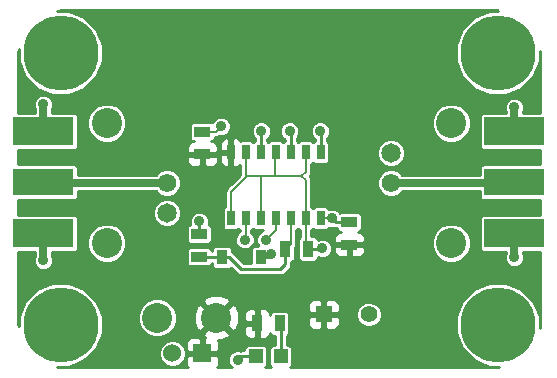
<source format=gtl>
G04 (created by PCBNEW (2013-07-07 BZR 4022)-stable) date 11/2/2014 12:28:19 PM*
%MOIN*%
G04 Gerber Fmt 3.4, Leading zero omitted, Abs format*
%FSLAX34Y34*%
G01*
G70*
G90*
G04 APERTURE LIST*
%ADD10C,0.00590551*%
%ADD11R,0.035X0.055*%
%ADD12R,0.055X0.035*%
%ADD13R,0.055X0.055*%
%ADD14C,0.055*%
%ADD15C,0.1*%
%ADD16R,0.025X0.05*%
%ADD17C,0.25*%
%ADD18R,0.2X0.09*%
%ADD19R,0.2X0.095*%
%ADD20C,0.062*%
%ADD21C,0.065*%
%ADD22R,0.0358X0.048*%
%ADD23R,0.0472X0.0472*%
%ADD24R,0.06X0.06*%
%ADD25C,0.06*%
%ADD26C,0.035*%
%ADD27C,0.01*%
%ADD28C,0.025*%
%ADD29C,0.008*%
G04 APERTURE END LIST*
G54D10*
G54D11*
X9073Y-8122D03*
X9823Y-8122D03*
G54D12*
X6200Y-8375D03*
X6200Y-7625D03*
X6299Y-4953D03*
X6299Y-4203D03*
G54D13*
X10350Y-10300D03*
G54D14*
X11850Y-10300D03*
G54D15*
X6771Y-10405D03*
X4803Y-10405D03*
G54D16*
X7250Y-7100D03*
X7750Y-7100D03*
X8250Y-7100D03*
X8750Y-7100D03*
X9250Y-7100D03*
X9750Y-7100D03*
X10250Y-7100D03*
X10250Y-4900D03*
X9750Y-4900D03*
X9250Y-4900D03*
X8750Y-4900D03*
X8250Y-4900D03*
X7750Y-4900D03*
X7250Y-4900D03*
G54D17*
X1574Y-10641D03*
X16141Y-1586D03*
X1574Y-1586D03*
G54D18*
X1000Y-5900D03*
G54D19*
X1000Y-4200D03*
X1000Y-7600D03*
G54D20*
X5118Y-5917D03*
G54D21*
X5118Y-6917D03*
G54D15*
X3118Y-7917D03*
X3118Y-3917D03*
G54D18*
X16700Y-5900D03*
G54D19*
X16700Y-4200D03*
X16700Y-7600D03*
G54D17*
X16141Y-10641D03*
G54D20*
X12598Y-5917D03*
G54D21*
X12598Y-4917D03*
G54D15*
X14598Y-3917D03*
X14598Y-7917D03*
G54D12*
X11200Y-7975D03*
X11200Y-7225D03*
G54D22*
X6956Y-8400D03*
X8244Y-8400D03*
G54D11*
X8125Y-10600D03*
X8875Y-10600D03*
G54D23*
X8913Y-11700D03*
X8087Y-11700D03*
G54D24*
X6300Y-11600D03*
G54D25*
X5300Y-11600D03*
G54D26*
X7480Y-11811D03*
X1000Y-8500D03*
X1000Y-3300D03*
X16700Y-8400D03*
X16700Y-3400D03*
X6200Y-7200D03*
X10629Y-7098D03*
X6929Y-4027D03*
X8425Y-7807D03*
X7716Y-7807D03*
X10300Y-8100D03*
X10236Y-4185D03*
X9212Y-4185D03*
X8267Y-4185D03*
X8600Y-8300D03*
G54D27*
X8087Y-11700D02*
X7591Y-11700D01*
X7591Y-11700D02*
X7480Y-11811D01*
G54D28*
X1000Y-7600D02*
X1000Y-8500D01*
X1000Y-4200D02*
X1000Y-3300D01*
X16700Y-7600D02*
X16700Y-8400D01*
X16700Y-4200D02*
X16700Y-3400D01*
G54D27*
X6200Y-7625D02*
X6200Y-7200D01*
X11400Y-7225D02*
X10756Y-7225D01*
G54D29*
X10628Y-7100D02*
X10629Y-7098D01*
X10628Y-7100D02*
X10250Y-7100D01*
G54D27*
X10756Y-7225D02*
X10629Y-7098D01*
G54D29*
X6299Y-4203D02*
X6752Y-4203D01*
X6752Y-4203D02*
X6929Y-4027D01*
X8750Y-7100D02*
X8750Y-7482D01*
X8750Y-7482D02*
X8425Y-7807D01*
X7750Y-7100D02*
X7750Y-7773D01*
X7750Y-7773D02*
X7716Y-7807D01*
G54D27*
X9823Y-8122D02*
X10277Y-8122D01*
X10277Y-8122D02*
X10300Y-8100D01*
G54D29*
X9750Y-7100D02*
X9750Y-5824D01*
X9750Y-5824D02*
X9606Y-5681D01*
X8250Y-7100D02*
X8250Y-5681D01*
X7250Y-7100D02*
X7250Y-6214D01*
X7250Y-6214D02*
X7750Y-5714D01*
X8740Y-5681D02*
X8740Y-4909D01*
X8740Y-4909D02*
X8750Y-4900D01*
X7750Y-4900D02*
X7750Y-5714D01*
X9750Y-5537D02*
X9750Y-4900D01*
X9606Y-5681D02*
X9750Y-5537D01*
X7783Y-5681D02*
X8250Y-5681D01*
X8250Y-5681D02*
X8740Y-5681D01*
X8740Y-5681D02*
X9606Y-5681D01*
X7750Y-5714D02*
X7783Y-5681D01*
X9750Y-7100D02*
X9750Y-8048D01*
X9750Y-8048D02*
X9823Y-8122D01*
G54D28*
X5118Y-5917D02*
X1181Y-5917D01*
X12598Y-5917D02*
X16535Y-5917D01*
G54D27*
X10250Y-4900D02*
X10250Y-4198D01*
X10250Y-4198D02*
X10236Y-4185D01*
X9250Y-4900D02*
X9250Y-4222D01*
X9250Y-4222D02*
X9212Y-4185D01*
X8250Y-4900D02*
X8250Y-4202D01*
X8250Y-4202D02*
X8267Y-4185D01*
X8913Y-11700D02*
X8913Y-10638D01*
X8913Y-10638D02*
X8875Y-10600D01*
X8244Y-8400D02*
X8500Y-8400D01*
X8500Y-8400D02*
X8600Y-8300D01*
X8125Y-8519D02*
X8244Y-8400D01*
X9073Y-8122D02*
X9073Y-8626D01*
X9073Y-8626D02*
X8900Y-8800D01*
X7200Y-8400D02*
X6956Y-8400D01*
X7600Y-8800D02*
X7200Y-8400D01*
X8900Y-8800D02*
X7600Y-8800D01*
X6200Y-8375D02*
X6931Y-8375D01*
X6931Y-8375D02*
X6956Y-8400D01*
G54D29*
X9250Y-7100D02*
X9250Y-7945D01*
X9250Y-7945D02*
X9073Y-8122D01*
G54D10*
G36*
X17566Y-10629D02*
X17545Y-10735D01*
X17541Y-10739D01*
X17541Y-10364D01*
X17329Y-9849D01*
X16935Y-9455D01*
X16421Y-9241D01*
X15864Y-9241D01*
X15349Y-9454D01*
X15248Y-9555D01*
X15248Y-7788D01*
X15149Y-7549D01*
X14967Y-7366D01*
X14728Y-7267D01*
X14469Y-7267D01*
X14230Y-7365D01*
X14047Y-7548D01*
X13948Y-7787D01*
X13948Y-8046D01*
X14047Y-8285D01*
X14229Y-8468D01*
X14468Y-8567D01*
X14727Y-8567D01*
X14966Y-8468D01*
X15149Y-8285D01*
X15248Y-8047D01*
X15248Y-7788D01*
X15248Y-9555D01*
X14955Y-9847D01*
X14741Y-10362D01*
X14741Y-10918D01*
X14954Y-11433D01*
X15347Y-11827D01*
X15862Y-12041D01*
X16174Y-12041D01*
X16153Y-12061D01*
X16126Y-12066D01*
X12275Y-12066D01*
X12275Y-10215D01*
X12210Y-10059D01*
X12091Y-9939D01*
X11934Y-9875D01*
X11765Y-9874D01*
X11725Y-9891D01*
X11725Y-8199D01*
X11725Y-7750D01*
X11687Y-7658D01*
X11616Y-7588D01*
X11524Y-7550D01*
X11504Y-7550D01*
X11559Y-7527D01*
X11602Y-7485D01*
X11624Y-7429D01*
X11625Y-7370D01*
X11625Y-7020D01*
X11602Y-6965D01*
X11560Y-6922D01*
X11504Y-6900D01*
X11445Y-6899D01*
X10895Y-6899D01*
X10892Y-6901D01*
X10814Y-6823D01*
X10694Y-6773D01*
X10565Y-6773D01*
X10514Y-6794D01*
X10502Y-6765D01*
X10460Y-6722D01*
X10404Y-6700D01*
X10345Y-6699D01*
X10095Y-6699D01*
X10040Y-6722D01*
X9999Y-6762D01*
X9960Y-6722D01*
X9940Y-6714D01*
X9940Y-5824D01*
X9939Y-5824D01*
X9940Y-5824D01*
X9937Y-5810D01*
X9925Y-5752D01*
X9925Y-5752D01*
X9884Y-5690D01*
X9884Y-5690D01*
X9874Y-5681D01*
X9884Y-5671D01*
X9884Y-5671D01*
X9884Y-5671D01*
X9925Y-5610D01*
X9925Y-5610D01*
X9937Y-5551D01*
X9940Y-5537D01*
X9939Y-5537D01*
X9940Y-5537D01*
X9940Y-5285D01*
X9959Y-5277D01*
X10000Y-5237D01*
X10039Y-5277D01*
X10095Y-5299D01*
X10154Y-5300D01*
X10404Y-5300D01*
X10459Y-5277D01*
X10502Y-5235D01*
X10524Y-5179D01*
X10525Y-5120D01*
X10525Y-4620D01*
X10502Y-4565D01*
X10460Y-4522D01*
X10450Y-4518D01*
X10450Y-4430D01*
X10511Y-4369D01*
X10561Y-4249D01*
X10561Y-4120D01*
X10511Y-4001D01*
X10420Y-3909D01*
X10301Y-3860D01*
X10171Y-3859D01*
X10052Y-3909D01*
X9960Y-4000D01*
X9911Y-4120D01*
X9911Y-4249D01*
X9960Y-4368D01*
X10050Y-4458D01*
X10050Y-4518D01*
X10040Y-4522D01*
X9999Y-4562D01*
X9960Y-4522D01*
X9904Y-4500D01*
X9845Y-4499D01*
X9595Y-4499D01*
X9540Y-4522D01*
X9499Y-4562D01*
X9460Y-4522D01*
X9450Y-4518D01*
X9450Y-4407D01*
X9487Y-4369D01*
X9537Y-4249D01*
X9537Y-4120D01*
X9488Y-4001D01*
X9396Y-3909D01*
X9277Y-3860D01*
X9148Y-3859D01*
X9028Y-3909D01*
X8937Y-4000D01*
X8887Y-4120D01*
X8887Y-4249D01*
X8936Y-4368D01*
X9028Y-4460D01*
X9050Y-4469D01*
X9050Y-4518D01*
X9040Y-4522D01*
X8999Y-4562D01*
X8960Y-4522D01*
X8904Y-4500D01*
X8845Y-4499D01*
X8595Y-4499D01*
X8540Y-4522D01*
X8499Y-4562D01*
X8460Y-4522D01*
X8450Y-4518D01*
X8450Y-4461D01*
X8451Y-4460D01*
X8543Y-4369D01*
X8592Y-4249D01*
X8592Y-4120D01*
X8543Y-4001D01*
X8452Y-3909D01*
X8332Y-3860D01*
X8203Y-3859D01*
X8083Y-3909D01*
X7992Y-4000D01*
X7942Y-4120D01*
X7942Y-4249D01*
X7992Y-4368D01*
X8050Y-4426D01*
X8050Y-4518D01*
X8040Y-4522D01*
X7999Y-4562D01*
X7960Y-4522D01*
X7904Y-4500D01*
X7845Y-4499D01*
X7595Y-4499D01*
X7583Y-4504D01*
X7516Y-4437D01*
X7424Y-4399D01*
X7362Y-4400D01*
X7300Y-4462D01*
X7300Y-4850D01*
X7307Y-4850D01*
X7307Y-4950D01*
X7300Y-4950D01*
X7300Y-5337D01*
X7362Y-5400D01*
X7424Y-5400D01*
X7516Y-5362D01*
X7560Y-5318D01*
X7560Y-5635D01*
X7254Y-5941D01*
X7254Y-3963D01*
X7204Y-3843D01*
X7113Y-3752D01*
X6994Y-3702D01*
X6864Y-3702D01*
X6745Y-3751D01*
X6653Y-3843D01*
X6633Y-3891D01*
X6604Y-3878D01*
X6544Y-3878D01*
X5994Y-3878D01*
X5939Y-3901D01*
X5897Y-3943D01*
X5874Y-3998D01*
X5874Y-4058D01*
X5874Y-4408D01*
X5896Y-4463D01*
X5939Y-4505D01*
X5994Y-4528D01*
X6024Y-4528D01*
X5974Y-4528D01*
X5882Y-4566D01*
X5812Y-4637D01*
X5774Y-4729D01*
X5774Y-4841D01*
X5836Y-4903D01*
X6249Y-4903D01*
X6249Y-4895D01*
X6349Y-4895D01*
X6349Y-4903D01*
X6761Y-4903D01*
X6824Y-4841D01*
X6824Y-4729D01*
X6786Y-4637D01*
X6716Y-4566D01*
X6624Y-4528D01*
X6603Y-4528D01*
X6659Y-4505D01*
X6701Y-4463D01*
X6724Y-4408D01*
X6724Y-4393D01*
X6752Y-4393D01*
X6825Y-4379D01*
X6865Y-4352D01*
X6993Y-4352D01*
X7112Y-4303D01*
X7204Y-4211D01*
X7254Y-4092D01*
X7254Y-3963D01*
X7254Y-5941D01*
X7200Y-5995D01*
X7200Y-5337D01*
X7200Y-4950D01*
X7200Y-4850D01*
X7200Y-4462D01*
X7137Y-4400D01*
X7075Y-4399D01*
X6983Y-4437D01*
X6913Y-4508D01*
X6875Y-4600D01*
X6874Y-4699D01*
X6875Y-4787D01*
X6937Y-4850D01*
X7200Y-4850D01*
X7200Y-4950D01*
X6937Y-4950D01*
X6875Y-5012D01*
X6874Y-5100D01*
X6875Y-5199D01*
X6913Y-5291D01*
X6983Y-5362D01*
X7075Y-5400D01*
X7137Y-5400D01*
X7200Y-5337D01*
X7200Y-5995D01*
X7115Y-6080D01*
X7074Y-6141D01*
X7060Y-6214D01*
X7060Y-6714D01*
X7040Y-6722D01*
X6997Y-6764D01*
X6975Y-6820D01*
X6974Y-6879D01*
X6974Y-7379D01*
X6997Y-7434D01*
X7039Y-7477D01*
X7095Y-7499D01*
X7154Y-7500D01*
X7404Y-7500D01*
X7459Y-7477D01*
X7500Y-7437D01*
X7539Y-7477D01*
X7560Y-7485D01*
X7560Y-7520D01*
X7532Y-7531D01*
X7441Y-7622D01*
X7391Y-7742D01*
X7391Y-7871D01*
X7440Y-7990D01*
X7532Y-8082D01*
X7651Y-8132D01*
X7780Y-8132D01*
X7900Y-8082D01*
X7991Y-7991D01*
X8041Y-7872D01*
X8041Y-7742D01*
X7992Y-7623D01*
X7940Y-7570D01*
X7940Y-7485D01*
X7959Y-7477D01*
X8000Y-7437D01*
X8039Y-7477D01*
X8095Y-7499D01*
X8154Y-7500D01*
X8317Y-7500D01*
X8241Y-7531D01*
X8149Y-7622D01*
X8100Y-7742D01*
X8100Y-7871D01*
X8149Y-7990D01*
X8168Y-8009D01*
X8035Y-8009D01*
X7980Y-8032D01*
X7937Y-8074D01*
X7915Y-8130D01*
X7914Y-8189D01*
X7914Y-8600D01*
X7682Y-8600D01*
X7341Y-8258D01*
X7285Y-8220D01*
X7285Y-8130D01*
X7262Y-8075D01*
X7220Y-8032D01*
X7164Y-8010D01*
X7105Y-8009D01*
X6824Y-8009D01*
X6824Y-5178D01*
X6824Y-5066D01*
X6761Y-5003D01*
X6349Y-5003D01*
X6349Y-5316D01*
X6411Y-5378D01*
X6524Y-5378D01*
X6624Y-5378D01*
X6716Y-5340D01*
X6786Y-5270D01*
X6824Y-5178D01*
X6824Y-8009D01*
X6747Y-8009D01*
X6692Y-8032D01*
X6649Y-8074D01*
X6627Y-8130D01*
X6626Y-8175D01*
X6625Y-8175D01*
X6625Y-8170D01*
X6625Y-7770D01*
X6625Y-7420D01*
X6602Y-7365D01*
X6560Y-7322D01*
X6509Y-7301D01*
X6524Y-7264D01*
X6525Y-7135D01*
X6475Y-7016D01*
X6384Y-6924D01*
X6264Y-6875D01*
X6249Y-6875D01*
X6249Y-5316D01*
X6249Y-5003D01*
X5836Y-5003D01*
X5774Y-5066D01*
X5774Y-5178D01*
X5812Y-5270D01*
X5882Y-5340D01*
X5974Y-5378D01*
X6073Y-5378D01*
X6186Y-5378D01*
X6249Y-5316D01*
X6249Y-6875D01*
X6135Y-6874D01*
X6016Y-6924D01*
X5924Y-7015D01*
X5875Y-7135D01*
X5874Y-7264D01*
X5890Y-7301D01*
X5840Y-7322D01*
X5797Y-7364D01*
X5775Y-7420D01*
X5774Y-7479D01*
X5774Y-7829D01*
X5797Y-7884D01*
X5839Y-7927D01*
X5895Y-7949D01*
X5954Y-7950D01*
X6504Y-7950D01*
X6559Y-7927D01*
X6602Y-7885D01*
X6624Y-7829D01*
X6625Y-7770D01*
X6625Y-8170D01*
X6602Y-8115D01*
X6560Y-8072D01*
X6504Y-8050D01*
X6445Y-8049D01*
X5895Y-8049D01*
X5840Y-8072D01*
X5797Y-8114D01*
X5775Y-8170D01*
X5774Y-8229D01*
X5774Y-8579D01*
X5797Y-8634D01*
X5839Y-8677D01*
X5895Y-8699D01*
X5954Y-8700D01*
X6504Y-8700D01*
X6559Y-8677D01*
X6602Y-8635D01*
X6624Y-8579D01*
X6624Y-8575D01*
X6626Y-8575D01*
X6626Y-8669D01*
X6649Y-8724D01*
X6691Y-8767D01*
X6747Y-8789D01*
X6806Y-8790D01*
X7164Y-8790D01*
X7219Y-8767D01*
X7252Y-8734D01*
X7458Y-8941D01*
X7458Y-8941D01*
X7501Y-8970D01*
X7523Y-8984D01*
X7523Y-8984D01*
X7599Y-8999D01*
X7600Y-9000D01*
X8900Y-9000D01*
X8976Y-8984D01*
X9041Y-8941D01*
X9215Y-8767D01*
X9258Y-8702D01*
X9258Y-8702D01*
X9261Y-8690D01*
X9273Y-8626D01*
X9273Y-8626D01*
X9273Y-8547D01*
X9278Y-8547D01*
X9333Y-8524D01*
X9375Y-8482D01*
X9398Y-8427D01*
X9398Y-8367D01*
X9398Y-8058D01*
X9398Y-8058D01*
X9425Y-8018D01*
X9440Y-7945D01*
X9440Y-7485D01*
X9459Y-7477D01*
X9500Y-7437D01*
X9539Y-7477D01*
X9560Y-7485D01*
X9560Y-7723D01*
X9521Y-7761D01*
X9498Y-7817D01*
X9498Y-7876D01*
X9498Y-8426D01*
X9521Y-8481D01*
X9563Y-8524D01*
X9618Y-8547D01*
X9678Y-8547D01*
X10028Y-8547D01*
X10083Y-8524D01*
X10125Y-8482D01*
X10148Y-8427D01*
X10148Y-8389D01*
X10235Y-8424D01*
X10364Y-8425D01*
X10483Y-8375D01*
X10575Y-8284D01*
X10624Y-8164D01*
X10625Y-8035D01*
X10575Y-7916D01*
X10484Y-7824D01*
X10364Y-7775D01*
X10235Y-7774D01*
X10146Y-7811D01*
X10126Y-7762D01*
X10083Y-7719D01*
X10028Y-7697D01*
X9969Y-7697D01*
X9940Y-7697D01*
X9940Y-7485D01*
X9959Y-7477D01*
X10000Y-7437D01*
X10039Y-7477D01*
X10095Y-7499D01*
X10154Y-7500D01*
X10404Y-7500D01*
X10459Y-7477D01*
X10502Y-7435D01*
X10515Y-7402D01*
X10564Y-7423D01*
X10694Y-7423D01*
X10712Y-7416D01*
X10756Y-7425D01*
X10774Y-7425D01*
X10774Y-7429D01*
X10797Y-7484D01*
X10839Y-7527D01*
X10895Y-7549D01*
X10924Y-7550D01*
X10875Y-7550D01*
X10783Y-7588D01*
X10712Y-7658D01*
X10674Y-7750D01*
X10675Y-7862D01*
X10737Y-7925D01*
X11150Y-7925D01*
X11150Y-7917D01*
X11250Y-7917D01*
X11250Y-7925D01*
X11662Y-7925D01*
X11725Y-7862D01*
X11725Y-7750D01*
X11725Y-8199D01*
X11725Y-8087D01*
X11662Y-8025D01*
X11250Y-8025D01*
X11250Y-8337D01*
X11312Y-8400D01*
X11425Y-8400D01*
X11524Y-8399D01*
X11616Y-8361D01*
X11687Y-8291D01*
X11725Y-8199D01*
X11725Y-9891D01*
X11609Y-9939D01*
X11489Y-10058D01*
X11425Y-10215D01*
X11424Y-10384D01*
X11489Y-10540D01*
X11608Y-10660D01*
X11765Y-10724D01*
X11934Y-10725D01*
X12090Y-10660D01*
X12210Y-10541D01*
X12274Y-10384D01*
X12275Y-10215D01*
X12275Y-12066D01*
X11150Y-12066D01*
X11150Y-8337D01*
X11150Y-8025D01*
X10737Y-8025D01*
X10675Y-8087D01*
X10674Y-8199D01*
X10712Y-8291D01*
X10783Y-8361D01*
X10875Y-8399D01*
X10974Y-8400D01*
X11087Y-8400D01*
X11150Y-8337D01*
X11150Y-12066D01*
X10875Y-12066D01*
X10875Y-10525D01*
X10875Y-10074D01*
X10874Y-9975D01*
X10836Y-9883D01*
X10766Y-9812D01*
X10674Y-9774D01*
X10462Y-9775D01*
X10400Y-9837D01*
X10400Y-10250D01*
X10812Y-10250D01*
X10875Y-10187D01*
X10875Y-10074D01*
X10875Y-10525D01*
X10875Y-10412D01*
X10812Y-10350D01*
X10400Y-10350D01*
X10400Y-10762D01*
X10462Y-10825D01*
X10674Y-10825D01*
X10766Y-10787D01*
X10836Y-10716D01*
X10874Y-10624D01*
X10875Y-10525D01*
X10875Y-12066D01*
X10300Y-12066D01*
X10300Y-10762D01*
X10300Y-10350D01*
X10300Y-10250D01*
X10300Y-9837D01*
X10237Y-9775D01*
X10025Y-9774D01*
X9933Y-9812D01*
X9863Y-9883D01*
X9825Y-9975D01*
X9824Y-10074D01*
X9825Y-10187D01*
X9887Y-10250D01*
X10300Y-10250D01*
X10300Y-10350D01*
X9887Y-10350D01*
X9825Y-10412D01*
X9824Y-10525D01*
X9825Y-10624D01*
X9863Y-10716D01*
X9933Y-10787D01*
X10025Y-10825D01*
X10237Y-10825D01*
X10300Y-10762D01*
X10300Y-12066D01*
X9225Y-12066D01*
X9233Y-12063D01*
X9276Y-12021D01*
X9298Y-11965D01*
X9299Y-11906D01*
X9299Y-11434D01*
X9276Y-11379D01*
X9234Y-11336D01*
X9178Y-11314D01*
X9119Y-11313D01*
X9113Y-11313D01*
X9113Y-11011D01*
X9134Y-11002D01*
X9177Y-10960D01*
X9199Y-10904D01*
X9200Y-10845D01*
X9200Y-10295D01*
X9177Y-10240D01*
X9135Y-10197D01*
X9079Y-10175D01*
X9020Y-10174D01*
X8670Y-10174D01*
X8615Y-10197D01*
X8572Y-10239D01*
X8550Y-10295D01*
X8549Y-10324D01*
X8549Y-10275D01*
X8511Y-10183D01*
X8441Y-10112D01*
X8349Y-10074D01*
X8237Y-10075D01*
X8175Y-10137D01*
X8175Y-10550D01*
X8182Y-10550D01*
X8182Y-10650D01*
X8175Y-10650D01*
X8175Y-11062D01*
X8237Y-11125D01*
X8349Y-11125D01*
X8441Y-11087D01*
X8511Y-11016D01*
X8549Y-10924D01*
X8549Y-10904D01*
X8549Y-10904D01*
X8572Y-10959D01*
X8614Y-11002D01*
X8670Y-11024D01*
X8713Y-11025D01*
X8713Y-11313D01*
X8647Y-11313D01*
X8592Y-11336D01*
X8549Y-11378D01*
X8527Y-11434D01*
X8526Y-11493D01*
X8526Y-11965D01*
X8549Y-12020D01*
X8591Y-12063D01*
X8600Y-12066D01*
X8399Y-12066D01*
X8407Y-12063D01*
X8450Y-12021D01*
X8472Y-11965D01*
X8473Y-11906D01*
X8473Y-11434D01*
X8450Y-11379D01*
X8408Y-11336D01*
X8352Y-11314D01*
X8293Y-11313D01*
X8075Y-11313D01*
X8075Y-11062D01*
X8075Y-10650D01*
X8075Y-10550D01*
X8075Y-10137D01*
X8012Y-10075D01*
X7900Y-10074D01*
X7808Y-10112D01*
X7738Y-10183D01*
X7700Y-10275D01*
X7699Y-10374D01*
X7700Y-10487D01*
X7762Y-10550D01*
X8075Y-10550D01*
X8075Y-10650D01*
X7762Y-10650D01*
X7700Y-10712D01*
X7699Y-10825D01*
X7700Y-10924D01*
X7738Y-11016D01*
X7808Y-11087D01*
X7900Y-11125D01*
X8012Y-11125D01*
X8075Y-11062D01*
X8075Y-11313D01*
X7821Y-11313D01*
X7766Y-11336D01*
X7723Y-11378D01*
X7701Y-11434D01*
X7700Y-11493D01*
X7700Y-11500D01*
X7591Y-11500D01*
X7582Y-11501D01*
X7545Y-11486D01*
X7525Y-11486D01*
X7525Y-10535D01*
X7517Y-10236D01*
X7418Y-9997D01*
X7302Y-9945D01*
X7231Y-10016D01*
X7231Y-9874D01*
X7179Y-9758D01*
X6901Y-9651D01*
X6602Y-9659D01*
X6363Y-9758D01*
X6311Y-9874D01*
X6771Y-10334D01*
X7231Y-9874D01*
X7231Y-10016D01*
X6842Y-10405D01*
X7302Y-10865D01*
X7418Y-10813D01*
X7525Y-10535D01*
X7525Y-11486D01*
X7415Y-11485D01*
X7296Y-11535D01*
X7231Y-11600D01*
X7231Y-10936D01*
X6771Y-10476D01*
X6700Y-10546D01*
X6700Y-10405D01*
X6241Y-9945D01*
X6124Y-9997D01*
X6018Y-10275D01*
X6025Y-10574D01*
X6124Y-10813D01*
X6241Y-10865D01*
X6700Y-10405D01*
X6700Y-10546D01*
X6311Y-10936D01*
X6363Y-11052D01*
X6397Y-11065D01*
X6350Y-11112D01*
X6350Y-11550D01*
X6787Y-11550D01*
X6850Y-11487D01*
X6850Y-11349D01*
X6849Y-11250D01*
X6811Y-11158D01*
X6808Y-11154D01*
X6940Y-11151D01*
X7179Y-11052D01*
X7231Y-10936D01*
X7231Y-11600D01*
X7204Y-11626D01*
X7155Y-11746D01*
X7155Y-11875D01*
X7204Y-11994D01*
X7276Y-12066D01*
X6786Y-12066D01*
X6811Y-12041D01*
X6849Y-11949D01*
X6850Y-11850D01*
X6850Y-11712D01*
X6787Y-11650D01*
X6350Y-11650D01*
X6350Y-11657D01*
X6250Y-11657D01*
X6250Y-11650D01*
X6250Y-11550D01*
X6250Y-11112D01*
X6187Y-11050D01*
X5950Y-11049D01*
X5858Y-11087D01*
X5788Y-11158D01*
X5750Y-11250D01*
X5749Y-11349D01*
X5750Y-11487D01*
X5812Y-11550D01*
X6250Y-11550D01*
X6250Y-11650D01*
X5812Y-11650D01*
X5750Y-11712D01*
X5750Y-11510D01*
X5681Y-11345D01*
X5593Y-11256D01*
X5593Y-6823D01*
X5521Y-6648D01*
X5387Y-6514D01*
X5213Y-6442D01*
X5024Y-6442D01*
X4849Y-6514D01*
X4715Y-6647D01*
X4643Y-6822D01*
X4643Y-7011D01*
X4715Y-7186D01*
X4848Y-7319D01*
X5023Y-7392D01*
X5212Y-7392D01*
X5386Y-7320D01*
X5520Y-7186D01*
X5593Y-7012D01*
X5593Y-6823D01*
X5593Y-11256D01*
X5555Y-11218D01*
X5453Y-11176D01*
X5453Y-10276D01*
X5354Y-10037D01*
X5171Y-9854D01*
X4933Y-9755D01*
X4674Y-9755D01*
X4435Y-9854D01*
X4252Y-10036D01*
X4153Y-10275D01*
X4153Y-10534D01*
X4251Y-10773D01*
X4434Y-10956D01*
X4673Y-11055D01*
X4931Y-11055D01*
X5170Y-10956D01*
X5353Y-10774D01*
X5453Y-10535D01*
X5453Y-10276D01*
X5453Y-11176D01*
X5389Y-11150D01*
X5210Y-11149D01*
X5045Y-11218D01*
X4918Y-11344D01*
X4850Y-11510D01*
X4849Y-11689D01*
X4918Y-11854D01*
X5044Y-11981D01*
X5210Y-12049D01*
X5389Y-12050D01*
X5554Y-11981D01*
X5681Y-11855D01*
X5749Y-11689D01*
X5750Y-11510D01*
X5750Y-11712D01*
X5750Y-11712D01*
X5749Y-11850D01*
X5750Y-11949D01*
X5788Y-12041D01*
X5813Y-12066D01*
X3768Y-12066D01*
X3768Y-7788D01*
X3669Y-7549D01*
X3486Y-7366D01*
X3247Y-7267D01*
X2989Y-7267D01*
X2750Y-7365D01*
X2567Y-7548D01*
X2468Y-7787D01*
X2467Y-8046D01*
X2566Y-8285D01*
X2749Y-8468D01*
X2988Y-8567D01*
X3246Y-8567D01*
X3485Y-8468D01*
X3668Y-8285D01*
X3767Y-8047D01*
X3768Y-7788D01*
X3768Y-12066D01*
X1586Y-12066D01*
X1460Y-12041D01*
X1852Y-12041D01*
X2366Y-11829D01*
X2760Y-11435D01*
X2974Y-10921D01*
X2975Y-10364D01*
X2762Y-9849D01*
X2368Y-9455D01*
X1854Y-9241D01*
X1297Y-9241D01*
X782Y-9454D01*
X388Y-9847D01*
X175Y-10362D01*
X174Y-10681D01*
X156Y-10661D01*
X149Y-10626D01*
X149Y-8225D01*
X725Y-8225D01*
X725Y-8315D01*
X724Y-8315D01*
X675Y-8435D01*
X674Y-8564D01*
X724Y-8683D01*
X815Y-8775D01*
X935Y-8824D01*
X1064Y-8825D01*
X1183Y-8775D01*
X1275Y-8684D01*
X1324Y-8564D01*
X1325Y-8435D01*
X1275Y-8316D01*
X1275Y-8315D01*
X1275Y-8225D01*
X2029Y-8225D01*
X2084Y-8202D01*
X2127Y-8160D01*
X2149Y-8104D01*
X2150Y-8045D01*
X2150Y-7095D01*
X2127Y-7040D01*
X2085Y-6997D01*
X2029Y-6975D01*
X1970Y-6974D01*
X149Y-6974D01*
X149Y-6500D01*
X2029Y-6500D01*
X2084Y-6477D01*
X2127Y-6435D01*
X2149Y-6379D01*
X2150Y-6320D01*
X2150Y-6192D01*
X4742Y-6192D01*
X4857Y-6307D01*
X5026Y-6377D01*
X5209Y-6377D01*
X5378Y-6307D01*
X5507Y-6178D01*
X5578Y-6009D01*
X5578Y-5826D01*
X5508Y-5657D01*
X5379Y-5527D01*
X5210Y-5457D01*
X5027Y-5457D01*
X4857Y-5527D01*
X4742Y-5642D01*
X3768Y-5642D01*
X3768Y-3788D01*
X3669Y-3549D01*
X3486Y-3366D01*
X3247Y-3267D01*
X2989Y-3267D01*
X2750Y-3365D01*
X2567Y-3548D01*
X2468Y-3787D01*
X2467Y-4046D01*
X2566Y-4285D01*
X2749Y-4468D01*
X2988Y-4567D01*
X3246Y-4567D01*
X3485Y-4468D01*
X3668Y-4285D01*
X3767Y-4047D01*
X3768Y-3788D01*
X3768Y-5642D01*
X2150Y-5642D01*
X2150Y-5420D01*
X2127Y-5365D01*
X2085Y-5322D01*
X2029Y-5300D01*
X1970Y-5299D01*
X149Y-5299D01*
X149Y-4825D01*
X2029Y-4825D01*
X2084Y-4802D01*
X2127Y-4760D01*
X2149Y-4704D01*
X2150Y-4645D01*
X2150Y-3695D01*
X2127Y-3640D01*
X2085Y-3597D01*
X2029Y-3575D01*
X1970Y-3574D01*
X1275Y-3574D01*
X1275Y-3484D01*
X1275Y-3484D01*
X1324Y-3364D01*
X1325Y-3235D01*
X1275Y-3116D01*
X1184Y-3024D01*
X1064Y-2975D01*
X935Y-2974D01*
X816Y-3024D01*
X724Y-3115D01*
X675Y-3235D01*
X674Y-3364D01*
X724Y-3483D01*
X725Y-3484D01*
X725Y-3574D01*
X149Y-3574D01*
X149Y-1589D01*
X174Y-1463D01*
X174Y-1863D01*
X387Y-2378D01*
X780Y-2772D01*
X1295Y-2986D01*
X1852Y-2986D01*
X2366Y-2774D01*
X2760Y-2380D01*
X2974Y-1866D01*
X2975Y-1309D01*
X2762Y-794D01*
X2368Y-400D01*
X1854Y-186D01*
X1462Y-186D01*
X1478Y-171D01*
X1586Y-149D01*
X16126Y-149D01*
X16134Y-151D01*
X16171Y-186D01*
X15864Y-186D01*
X15349Y-399D01*
X14955Y-792D01*
X14741Y-1306D01*
X14741Y-1863D01*
X14954Y-2378D01*
X15347Y-2772D01*
X15862Y-2986D01*
X16418Y-2986D01*
X16933Y-2774D01*
X17327Y-2380D01*
X17541Y-1866D01*
X17541Y-1516D01*
X17555Y-1529D01*
X17566Y-1586D01*
X17566Y-3574D01*
X16979Y-3574D01*
X17024Y-3464D01*
X17025Y-3335D01*
X16975Y-3216D01*
X16884Y-3124D01*
X16764Y-3075D01*
X16635Y-3074D01*
X16516Y-3124D01*
X16424Y-3215D01*
X16375Y-3335D01*
X16374Y-3464D01*
X16420Y-3574D01*
X15670Y-3574D01*
X15615Y-3597D01*
X15572Y-3639D01*
X15550Y-3695D01*
X15549Y-3754D01*
X15549Y-4704D01*
X15572Y-4759D01*
X15614Y-4802D01*
X15670Y-4824D01*
X15729Y-4825D01*
X17566Y-4825D01*
X17566Y-5299D01*
X15670Y-5299D01*
X15615Y-5322D01*
X15572Y-5364D01*
X15550Y-5420D01*
X15549Y-5479D01*
X15549Y-5642D01*
X15248Y-5642D01*
X15248Y-3788D01*
X15149Y-3549D01*
X14967Y-3366D01*
X14728Y-3267D01*
X14469Y-3267D01*
X14230Y-3365D01*
X14047Y-3548D01*
X13948Y-3787D01*
X13948Y-4046D01*
X14047Y-4285D01*
X14229Y-4468D01*
X14468Y-4567D01*
X14727Y-4567D01*
X14966Y-4468D01*
X15149Y-4285D01*
X15248Y-4047D01*
X15248Y-3788D01*
X15248Y-5642D01*
X13073Y-5642D01*
X13073Y-4823D01*
X13001Y-4648D01*
X12867Y-4514D01*
X12693Y-4442D01*
X12504Y-4442D01*
X12329Y-4514D01*
X12195Y-4647D01*
X12123Y-4822D01*
X12123Y-5011D01*
X12195Y-5186D01*
X12329Y-5319D01*
X12503Y-5392D01*
X12692Y-5392D01*
X12867Y-5320D01*
X13000Y-5186D01*
X13073Y-5012D01*
X13073Y-4823D01*
X13073Y-5642D01*
X12973Y-5642D01*
X12859Y-5527D01*
X12690Y-5457D01*
X12507Y-5457D01*
X12338Y-5527D01*
X12208Y-5656D01*
X12138Y-5825D01*
X12138Y-6008D01*
X12208Y-6177D01*
X12337Y-6307D01*
X12506Y-6377D01*
X12689Y-6377D01*
X12858Y-6307D01*
X12974Y-6192D01*
X15549Y-6192D01*
X15549Y-6379D01*
X15572Y-6434D01*
X15614Y-6477D01*
X15670Y-6499D01*
X15729Y-6500D01*
X17566Y-6500D01*
X17566Y-6974D01*
X15670Y-6974D01*
X15615Y-6997D01*
X15572Y-7039D01*
X15550Y-7095D01*
X15549Y-7154D01*
X15549Y-8104D01*
X15572Y-8159D01*
X15614Y-8202D01*
X15670Y-8224D01*
X15729Y-8225D01*
X16420Y-8225D01*
X16375Y-8335D01*
X16374Y-8464D01*
X16424Y-8583D01*
X16515Y-8675D01*
X16635Y-8724D01*
X16764Y-8725D01*
X16883Y-8675D01*
X16975Y-8584D01*
X17024Y-8464D01*
X17025Y-8335D01*
X16979Y-8225D01*
X17566Y-8225D01*
X17566Y-10629D01*
X17566Y-10629D01*
G37*
G54D27*
X17566Y-10629D02*
X17545Y-10735D01*
X17541Y-10739D01*
X17541Y-10364D01*
X17329Y-9849D01*
X16935Y-9455D01*
X16421Y-9241D01*
X15864Y-9241D01*
X15349Y-9454D01*
X15248Y-9555D01*
X15248Y-7788D01*
X15149Y-7549D01*
X14967Y-7366D01*
X14728Y-7267D01*
X14469Y-7267D01*
X14230Y-7365D01*
X14047Y-7548D01*
X13948Y-7787D01*
X13948Y-8046D01*
X14047Y-8285D01*
X14229Y-8468D01*
X14468Y-8567D01*
X14727Y-8567D01*
X14966Y-8468D01*
X15149Y-8285D01*
X15248Y-8047D01*
X15248Y-7788D01*
X15248Y-9555D01*
X14955Y-9847D01*
X14741Y-10362D01*
X14741Y-10918D01*
X14954Y-11433D01*
X15347Y-11827D01*
X15862Y-12041D01*
X16174Y-12041D01*
X16153Y-12061D01*
X16126Y-12066D01*
X12275Y-12066D01*
X12275Y-10215D01*
X12210Y-10059D01*
X12091Y-9939D01*
X11934Y-9875D01*
X11765Y-9874D01*
X11725Y-9891D01*
X11725Y-8199D01*
X11725Y-7750D01*
X11687Y-7658D01*
X11616Y-7588D01*
X11524Y-7550D01*
X11504Y-7550D01*
X11559Y-7527D01*
X11602Y-7485D01*
X11624Y-7429D01*
X11625Y-7370D01*
X11625Y-7020D01*
X11602Y-6965D01*
X11560Y-6922D01*
X11504Y-6900D01*
X11445Y-6899D01*
X10895Y-6899D01*
X10892Y-6901D01*
X10814Y-6823D01*
X10694Y-6773D01*
X10565Y-6773D01*
X10514Y-6794D01*
X10502Y-6765D01*
X10460Y-6722D01*
X10404Y-6700D01*
X10345Y-6699D01*
X10095Y-6699D01*
X10040Y-6722D01*
X9999Y-6762D01*
X9960Y-6722D01*
X9940Y-6714D01*
X9940Y-5824D01*
X9939Y-5824D01*
X9940Y-5824D01*
X9937Y-5810D01*
X9925Y-5752D01*
X9925Y-5752D01*
X9884Y-5690D01*
X9884Y-5690D01*
X9874Y-5681D01*
X9884Y-5671D01*
X9884Y-5671D01*
X9884Y-5671D01*
X9925Y-5610D01*
X9925Y-5610D01*
X9937Y-5551D01*
X9940Y-5537D01*
X9939Y-5537D01*
X9940Y-5537D01*
X9940Y-5285D01*
X9959Y-5277D01*
X10000Y-5237D01*
X10039Y-5277D01*
X10095Y-5299D01*
X10154Y-5300D01*
X10404Y-5300D01*
X10459Y-5277D01*
X10502Y-5235D01*
X10524Y-5179D01*
X10525Y-5120D01*
X10525Y-4620D01*
X10502Y-4565D01*
X10460Y-4522D01*
X10450Y-4518D01*
X10450Y-4430D01*
X10511Y-4369D01*
X10561Y-4249D01*
X10561Y-4120D01*
X10511Y-4001D01*
X10420Y-3909D01*
X10301Y-3860D01*
X10171Y-3859D01*
X10052Y-3909D01*
X9960Y-4000D01*
X9911Y-4120D01*
X9911Y-4249D01*
X9960Y-4368D01*
X10050Y-4458D01*
X10050Y-4518D01*
X10040Y-4522D01*
X9999Y-4562D01*
X9960Y-4522D01*
X9904Y-4500D01*
X9845Y-4499D01*
X9595Y-4499D01*
X9540Y-4522D01*
X9499Y-4562D01*
X9460Y-4522D01*
X9450Y-4518D01*
X9450Y-4407D01*
X9487Y-4369D01*
X9537Y-4249D01*
X9537Y-4120D01*
X9488Y-4001D01*
X9396Y-3909D01*
X9277Y-3860D01*
X9148Y-3859D01*
X9028Y-3909D01*
X8937Y-4000D01*
X8887Y-4120D01*
X8887Y-4249D01*
X8936Y-4368D01*
X9028Y-4460D01*
X9050Y-4469D01*
X9050Y-4518D01*
X9040Y-4522D01*
X8999Y-4562D01*
X8960Y-4522D01*
X8904Y-4500D01*
X8845Y-4499D01*
X8595Y-4499D01*
X8540Y-4522D01*
X8499Y-4562D01*
X8460Y-4522D01*
X8450Y-4518D01*
X8450Y-4461D01*
X8451Y-4460D01*
X8543Y-4369D01*
X8592Y-4249D01*
X8592Y-4120D01*
X8543Y-4001D01*
X8452Y-3909D01*
X8332Y-3860D01*
X8203Y-3859D01*
X8083Y-3909D01*
X7992Y-4000D01*
X7942Y-4120D01*
X7942Y-4249D01*
X7992Y-4368D01*
X8050Y-4426D01*
X8050Y-4518D01*
X8040Y-4522D01*
X7999Y-4562D01*
X7960Y-4522D01*
X7904Y-4500D01*
X7845Y-4499D01*
X7595Y-4499D01*
X7583Y-4504D01*
X7516Y-4437D01*
X7424Y-4399D01*
X7362Y-4400D01*
X7300Y-4462D01*
X7300Y-4850D01*
X7307Y-4850D01*
X7307Y-4950D01*
X7300Y-4950D01*
X7300Y-5337D01*
X7362Y-5400D01*
X7424Y-5400D01*
X7516Y-5362D01*
X7560Y-5318D01*
X7560Y-5635D01*
X7254Y-5941D01*
X7254Y-3963D01*
X7204Y-3843D01*
X7113Y-3752D01*
X6994Y-3702D01*
X6864Y-3702D01*
X6745Y-3751D01*
X6653Y-3843D01*
X6633Y-3891D01*
X6604Y-3878D01*
X6544Y-3878D01*
X5994Y-3878D01*
X5939Y-3901D01*
X5897Y-3943D01*
X5874Y-3998D01*
X5874Y-4058D01*
X5874Y-4408D01*
X5896Y-4463D01*
X5939Y-4505D01*
X5994Y-4528D01*
X6024Y-4528D01*
X5974Y-4528D01*
X5882Y-4566D01*
X5812Y-4637D01*
X5774Y-4729D01*
X5774Y-4841D01*
X5836Y-4903D01*
X6249Y-4903D01*
X6249Y-4895D01*
X6349Y-4895D01*
X6349Y-4903D01*
X6761Y-4903D01*
X6824Y-4841D01*
X6824Y-4729D01*
X6786Y-4637D01*
X6716Y-4566D01*
X6624Y-4528D01*
X6603Y-4528D01*
X6659Y-4505D01*
X6701Y-4463D01*
X6724Y-4408D01*
X6724Y-4393D01*
X6752Y-4393D01*
X6825Y-4379D01*
X6865Y-4352D01*
X6993Y-4352D01*
X7112Y-4303D01*
X7204Y-4211D01*
X7254Y-4092D01*
X7254Y-3963D01*
X7254Y-5941D01*
X7200Y-5995D01*
X7200Y-5337D01*
X7200Y-4950D01*
X7200Y-4850D01*
X7200Y-4462D01*
X7137Y-4400D01*
X7075Y-4399D01*
X6983Y-4437D01*
X6913Y-4508D01*
X6875Y-4600D01*
X6874Y-4699D01*
X6875Y-4787D01*
X6937Y-4850D01*
X7200Y-4850D01*
X7200Y-4950D01*
X6937Y-4950D01*
X6875Y-5012D01*
X6874Y-5100D01*
X6875Y-5199D01*
X6913Y-5291D01*
X6983Y-5362D01*
X7075Y-5400D01*
X7137Y-5400D01*
X7200Y-5337D01*
X7200Y-5995D01*
X7115Y-6080D01*
X7074Y-6141D01*
X7060Y-6214D01*
X7060Y-6714D01*
X7040Y-6722D01*
X6997Y-6764D01*
X6975Y-6820D01*
X6974Y-6879D01*
X6974Y-7379D01*
X6997Y-7434D01*
X7039Y-7477D01*
X7095Y-7499D01*
X7154Y-7500D01*
X7404Y-7500D01*
X7459Y-7477D01*
X7500Y-7437D01*
X7539Y-7477D01*
X7560Y-7485D01*
X7560Y-7520D01*
X7532Y-7531D01*
X7441Y-7622D01*
X7391Y-7742D01*
X7391Y-7871D01*
X7440Y-7990D01*
X7532Y-8082D01*
X7651Y-8132D01*
X7780Y-8132D01*
X7900Y-8082D01*
X7991Y-7991D01*
X8041Y-7872D01*
X8041Y-7742D01*
X7992Y-7623D01*
X7940Y-7570D01*
X7940Y-7485D01*
X7959Y-7477D01*
X8000Y-7437D01*
X8039Y-7477D01*
X8095Y-7499D01*
X8154Y-7500D01*
X8317Y-7500D01*
X8241Y-7531D01*
X8149Y-7622D01*
X8100Y-7742D01*
X8100Y-7871D01*
X8149Y-7990D01*
X8168Y-8009D01*
X8035Y-8009D01*
X7980Y-8032D01*
X7937Y-8074D01*
X7915Y-8130D01*
X7914Y-8189D01*
X7914Y-8600D01*
X7682Y-8600D01*
X7341Y-8258D01*
X7285Y-8220D01*
X7285Y-8130D01*
X7262Y-8075D01*
X7220Y-8032D01*
X7164Y-8010D01*
X7105Y-8009D01*
X6824Y-8009D01*
X6824Y-5178D01*
X6824Y-5066D01*
X6761Y-5003D01*
X6349Y-5003D01*
X6349Y-5316D01*
X6411Y-5378D01*
X6524Y-5378D01*
X6624Y-5378D01*
X6716Y-5340D01*
X6786Y-5270D01*
X6824Y-5178D01*
X6824Y-8009D01*
X6747Y-8009D01*
X6692Y-8032D01*
X6649Y-8074D01*
X6627Y-8130D01*
X6626Y-8175D01*
X6625Y-8175D01*
X6625Y-8170D01*
X6625Y-7770D01*
X6625Y-7420D01*
X6602Y-7365D01*
X6560Y-7322D01*
X6509Y-7301D01*
X6524Y-7264D01*
X6525Y-7135D01*
X6475Y-7016D01*
X6384Y-6924D01*
X6264Y-6875D01*
X6249Y-6875D01*
X6249Y-5316D01*
X6249Y-5003D01*
X5836Y-5003D01*
X5774Y-5066D01*
X5774Y-5178D01*
X5812Y-5270D01*
X5882Y-5340D01*
X5974Y-5378D01*
X6073Y-5378D01*
X6186Y-5378D01*
X6249Y-5316D01*
X6249Y-6875D01*
X6135Y-6874D01*
X6016Y-6924D01*
X5924Y-7015D01*
X5875Y-7135D01*
X5874Y-7264D01*
X5890Y-7301D01*
X5840Y-7322D01*
X5797Y-7364D01*
X5775Y-7420D01*
X5774Y-7479D01*
X5774Y-7829D01*
X5797Y-7884D01*
X5839Y-7927D01*
X5895Y-7949D01*
X5954Y-7950D01*
X6504Y-7950D01*
X6559Y-7927D01*
X6602Y-7885D01*
X6624Y-7829D01*
X6625Y-7770D01*
X6625Y-8170D01*
X6602Y-8115D01*
X6560Y-8072D01*
X6504Y-8050D01*
X6445Y-8049D01*
X5895Y-8049D01*
X5840Y-8072D01*
X5797Y-8114D01*
X5775Y-8170D01*
X5774Y-8229D01*
X5774Y-8579D01*
X5797Y-8634D01*
X5839Y-8677D01*
X5895Y-8699D01*
X5954Y-8700D01*
X6504Y-8700D01*
X6559Y-8677D01*
X6602Y-8635D01*
X6624Y-8579D01*
X6624Y-8575D01*
X6626Y-8575D01*
X6626Y-8669D01*
X6649Y-8724D01*
X6691Y-8767D01*
X6747Y-8789D01*
X6806Y-8790D01*
X7164Y-8790D01*
X7219Y-8767D01*
X7252Y-8734D01*
X7458Y-8941D01*
X7458Y-8941D01*
X7501Y-8970D01*
X7523Y-8984D01*
X7523Y-8984D01*
X7599Y-8999D01*
X7600Y-9000D01*
X8900Y-9000D01*
X8976Y-8984D01*
X9041Y-8941D01*
X9215Y-8767D01*
X9258Y-8702D01*
X9258Y-8702D01*
X9261Y-8690D01*
X9273Y-8626D01*
X9273Y-8626D01*
X9273Y-8547D01*
X9278Y-8547D01*
X9333Y-8524D01*
X9375Y-8482D01*
X9398Y-8427D01*
X9398Y-8367D01*
X9398Y-8058D01*
X9398Y-8058D01*
X9425Y-8018D01*
X9440Y-7945D01*
X9440Y-7485D01*
X9459Y-7477D01*
X9500Y-7437D01*
X9539Y-7477D01*
X9560Y-7485D01*
X9560Y-7723D01*
X9521Y-7761D01*
X9498Y-7817D01*
X9498Y-7876D01*
X9498Y-8426D01*
X9521Y-8481D01*
X9563Y-8524D01*
X9618Y-8547D01*
X9678Y-8547D01*
X10028Y-8547D01*
X10083Y-8524D01*
X10125Y-8482D01*
X10148Y-8427D01*
X10148Y-8389D01*
X10235Y-8424D01*
X10364Y-8425D01*
X10483Y-8375D01*
X10575Y-8284D01*
X10624Y-8164D01*
X10625Y-8035D01*
X10575Y-7916D01*
X10484Y-7824D01*
X10364Y-7775D01*
X10235Y-7774D01*
X10146Y-7811D01*
X10126Y-7762D01*
X10083Y-7719D01*
X10028Y-7697D01*
X9969Y-7697D01*
X9940Y-7697D01*
X9940Y-7485D01*
X9959Y-7477D01*
X10000Y-7437D01*
X10039Y-7477D01*
X10095Y-7499D01*
X10154Y-7500D01*
X10404Y-7500D01*
X10459Y-7477D01*
X10502Y-7435D01*
X10515Y-7402D01*
X10564Y-7423D01*
X10694Y-7423D01*
X10712Y-7416D01*
X10756Y-7425D01*
X10774Y-7425D01*
X10774Y-7429D01*
X10797Y-7484D01*
X10839Y-7527D01*
X10895Y-7549D01*
X10924Y-7550D01*
X10875Y-7550D01*
X10783Y-7588D01*
X10712Y-7658D01*
X10674Y-7750D01*
X10675Y-7862D01*
X10737Y-7925D01*
X11150Y-7925D01*
X11150Y-7917D01*
X11250Y-7917D01*
X11250Y-7925D01*
X11662Y-7925D01*
X11725Y-7862D01*
X11725Y-7750D01*
X11725Y-8199D01*
X11725Y-8087D01*
X11662Y-8025D01*
X11250Y-8025D01*
X11250Y-8337D01*
X11312Y-8400D01*
X11425Y-8400D01*
X11524Y-8399D01*
X11616Y-8361D01*
X11687Y-8291D01*
X11725Y-8199D01*
X11725Y-9891D01*
X11609Y-9939D01*
X11489Y-10058D01*
X11425Y-10215D01*
X11424Y-10384D01*
X11489Y-10540D01*
X11608Y-10660D01*
X11765Y-10724D01*
X11934Y-10725D01*
X12090Y-10660D01*
X12210Y-10541D01*
X12274Y-10384D01*
X12275Y-10215D01*
X12275Y-12066D01*
X11150Y-12066D01*
X11150Y-8337D01*
X11150Y-8025D01*
X10737Y-8025D01*
X10675Y-8087D01*
X10674Y-8199D01*
X10712Y-8291D01*
X10783Y-8361D01*
X10875Y-8399D01*
X10974Y-8400D01*
X11087Y-8400D01*
X11150Y-8337D01*
X11150Y-12066D01*
X10875Y-12066D01*
X10875Y-10525D01*
X10875Y-10074D01*
X10874Y-9975D01*
X10836Y-9883D01*
X10766Y-9812D01*
X10674Y-9774D01*
X10462Y-9775D01*
X10400Y-9837D01*
X10400Y-10250D01*
X10812Y-10250D01*
X10875Y-10187D01*
X10875Y-10074D01*
X10875Y-10525D01*
X10875Y-10412D01*
X10812Y-10350D01*
X10400Y-10350D01*
X10400Y-10762D01*
X10462Y-10825D01*
X10674Y-10825D01*
X10766Y-10787D01*
X10836Y-10716D01*
X10874Y-10624D01*
X10875Y-10525D01*
X10875Y-12066D01*
X10300Y-12066D01*
X10300Y-10762D01*
X10300Y-10350D01*
X10300Y-10250D01*
X10300Y-9837D01*
X10237Y-9775D01*
X10025Y-9774D01*
X9933Y-9812D01*
X9863Y-9883D01*
X9825Y-9975D01*
X9824Y-10074D01*
X9825Y-10187D01*
X9887Y-10250D01*
X10300Y-10250D01*
X10300Y-10350D01*
X9887Y-10350D01*
X9825Y-10412D01*
X9824Y-10525D01*
X9825Y-10624D01*
X9863Y-10716D01*
X9933Y-10787D01*
X10025Y-10825D01*
X10237Y-10825D01*
X10300Y-10762D01*
X10300Y-12066D01*
X9225Y-12066D01*
X9233Y-12063D01*
X9276Y-12021D01*
X9298Y-11965D01*
X9299Y-11906D01*
X9299Y-11434D01*
X9276Y-11379D01*
X9234Y-11336D01*
X9178Y-11314D01*
X9119Y-11313D01*
X9113Y-11313D01*
X9113Y-11011D01*
X9134Y-11002D01*
X9177Y-10960D01*
X9199Y-10904D01*
X9200Y-10845D01*
X9200Y-10295D01*
X9177Y-10240D01*
X9135Y-10197D01*
X9079Y-10175D01*
X9020Y-10174D01*
X8670Y-10174D01*
X8615Y-10197D01*
X8572Y-10239D01*
X8550Y-10295D01*
X8549Y-10324D01*
X8549Y-10275D01*
X8511Y-10183D01*
X8441Y-10112D01*
X8349Y-10074D01*
X8237Y-10075D01*
X8175Y-10137D01*
X8175Y-10550D01*
X8182Y-10550D01*
X8182Y-10650D01*
X8175Y-10650D01*
X8175Y-11062D01*
X8237Y-11125D01*
X8349Y-11125D01*
X8441Y-11087D01*
X8511Y-11016D01*
X8549Y-10924D01*
X8549Y-10904D01*
X8549Y-10904D01*
X8572Y-10959D01*
X8614Y-11002D01*
X8670Y-11024D01*
X8713Y-11025D01*
X8713Y-11313D01*
X8647Y-11313D01*
X8592Y-11336D01*
X8549Y-11378D01*
X8527Y-11434D01*
X8526Y-11493D01*
X8526Y-11965D01*
X8549Y-12020D01*
X8591Y-12063D01*
X8600Y-12066D01*
X8399Y-12066D01*
X8407Y-12063D01*
X8450Y-12021D01*
X8472Y-11965D01*
X8473Y-11906D01*
X8473Y-11434D01*
X8450Y-11379D01*
X8408Y-11336D01*
X8352Y-11314D01*
X8293Y-11313D01*
X8075Y-11313D01*
X8075Y-11062D01*
X8075Y-10650D01*
X8075Y-10550D01*
X8075Y-10137D01*
X8012Y-10075D01*
X7900Y-10074D01*
X7808Y-10112D01*
X7738Y-10183D01*
X7700Y-10275D01*
X7699Y-10374D01*
X7700Y-10487D01*
X7762Y-10550D01*
X8075Y-10550D01*
X8075Y-10650D01*
X7762Y-10650D01*
X7700Y-10712D01*
X7699Y-10825D01*
X7700Y-10924D01*
X7738Y-11016D01*
X7808Y-11087D01*
X7900Y-11125D01*
X8012Y-11125D01*
X8075Y-11062D01*
X8075Y-11313D01*
X7821Y-11313D01*
X7766Y-11336D01*
X7723Y-11378D01*
X7701Y-11434D01*
X7700Y-11493D01*
X7700Y-11500D01*
X7591Y-11500D01*
X7582Y-11501D01*
X7545Y-11486D01*
X7525Y-11486D01*
X7525Y-10535D01*
X7517Y-10236D01*
X7418Y-9997D01*
X7302Y-9945D01*
X7231Y-10016D01*
X7231Y-9874D01*
X7179Y-9758D01*
X6901Y-9651D01*
X6602Y-9659D01*
X6363Y-9758D01*
X6311Y-9874D01*
X6771Y-10334D01*
X7231Y-9874D01*
X7231Y-10016D01*
X6842Y-10405D01*
X7302Y-10865D01*
X7418Y-10813D01*
X7525Y-10535D01*
X7525Y-11486D01*
X7415Y-11485D01*
X7296Y-11535D01*
X7231Y-11600D01*
X7231Y-10936D01*
X6771Y-10476D01*
X6700Y-10546D01*
X6700Y-10405D01*
X6241Y-9945D01*
X6124Y-9997D01*
X6018Y-10275D01*
X6025Y-10574D01*
X6124Y-10813D01*
X6241Y-10865D01*
X6700Y-10405D01*
X6700Y-10546D01*
X6311Y-10936D01*
X6363Y-11052D01*
X6397Y-11065D01*
X6350Y-11112D01*
X6350Y-11550D01*
X6787Y-11550D01*
X6850Y-11487D01*
X6850Y-11349D01*
X6849Y-11250D01*
X6811Y-11158D01*
X6808Y-11154D01*
X6940Y-11151D01*
X7179Y-11052D01*
X7231Y-10936D01*
X7231Y-11600D01*
X7204Y-11626D01*
X7155Y-11746D01*
X7155Y-11875D01*
X7204Y-11994D01*
X7276Y-12066D01*
X6786Y-12066D01*
X6811Y-12041D01*
X6849Y-11949D01*
X6850Y-11850D01*
X6850Y-11712D01*
X6787Y-11650D01*
X6350Y-11650D01*
X6350Y-11657D01*
X6250Y-11657D01*
X6250Y-11650D01*
X6250Y-11550D01*
X6250Y-11112D01*
X6187Y-11050D01*
X5950Y-11049D01*
X5858Y-11087D01*
X5788Y-11158D01*
X5750Y-11250D01*
X5749Y-11349D01*
X5750Y-11487D01*
X5812Y-11550D01*
X6250Y-11550D01*
X6250Y-11650D01*
X5812Y-11650D01*
X5750Y-11712D01*
X5750Y-11510D01*
X5681Y-11345D01*
X5593Y-11256D01*
X5593Y-6823D01*
X5521Y-6648D01*
X5387Y-6514D01*
X5213Y-6442D01*
X5024Y-6442D01*
X4849Y-6514D01*
X4715Y-6647D01*
X4643Y-6822D01*
X4643Y-7011D01*
X4715Y-7186D01*
X4848Y-7319D01*
X5023Y-7392D01*
X5212Y-7392D01*
X5386Y-7320D01*
X5520Y-7186D01*
X5593Y-7012D01*
X5593Y-6823D01*
X5593Y-11256D01*
X5555Y-11218D01*
X5453Y-11176D01*
X5453Y-10276D01*
X5354Y-10037D01*
X5171Y-9854D01*
X4933Y-9755D01*
X4674Y-9755D01*
X4435Y-9854D01*
X4252Y-10036D01*
X4153Y-10275D01*
X4153Y-10534D01*
X4251Y-10773D01*
X4434Y-10956D01*
X4673Y-11055D01*
X4931Y-11055D01*
X5170Y-10956D01*
X5353Y-10774D01*
X5453Y-10535D01*
X5453Y-10276D01*
X5453Y-11176D01*
X5389Y-11150D01*
X5210Y-11149D01*
X5045Y-11218D01*
X4918Y-11344D01*
X4850Y-11510D01*
X4849Y-11689D01*
X4918Y-11854D01*
X5044Y-11981D01*
X5210Y-12049D01*
X5389Y-12050D01*
X5554Y-11981D01*
X5681Y-11855D01*
X5749Y-11689D01*
X5750Y-11510D01*
X5750Y-11712D01*
X5750Y-11712D01*
X5749Y-11850D01*
X5750Y-11949D01*
X5788Y-12041D01*
X5813Y-12066D01*
X3768Y-12066D01*
X3768Y-7788D01*
X3669Y-7549D01*
X3486Y-7366D01*
X3247Y-7267D01*
X2989Y-7267D01*
X2750Y-7365D01*
X2567Y-7548D01*
X2468Y-7787D01*
X2467Y-8046D01*
X2566Y-8285D01*
X2749Y-8468D01*
X2988Y-8567D01*
X3246Y-8567D01*
X3485Y-8468D01*
X3668Y-8285D01*
X3767Y-8047D01*
X3768Y-7788D01*
X3768Y-12066D01*
X1586Y-12066D01*
X1460Y-12041D01*
X1852Y-12041D01*
X2366Y-11829D01*
X2760Y-11435D01*
X2974Y-10921D01*
X2975Y-10364D01*
X2762Y-9849D01*
X2368Y-9455D01*
X1854Y-9241D01*
X1297Y-9241D01*
X782Y-9454D01*
X388Y-9847D01*
X175Y-10362D01*
X174Y-10681D01*
X156Y-10661D01*
X149Y-10626D01*
X149Y-8225D01*
X725Y-8225D01*
X725Y-8315D01*
X724Y-8315D01*
X675Y-8435D01*
X674Y-8564D01*
X724Y-8683D01*
X815Y-8775D01*
X935Y-8824D01*
X1064Y-8825D01*
X1183Y-8775D01*
X1275Y-8684D01*
X1324Y-8564D01*
X1325Y-8435D01*
X1275Y-8316D01*
X1275Y-8315D01*
X1275Y-8225D01*
X2029Y-8225D01*
X2084Y-8202D01*
X2127Y-8160D01*
X2149Y-8104D01*
X2150Y-8045D01*
X2150Y-7095D01*
X2127Y-7040D01*
X2085Y-6997D01*
X2029Y-6975D01*
X1970Y-6974D01*
X149Y-6974D01*
X149Y-6500D01*
X2029Y-6500D01*
X2084Y-6477D01*
X2127Y-6435D01*
X2149Y-6379D01*
X2150Y-6320D01*
X2150Y-6192D01*
X4742Y-6192D01*
X4857Y-6307D01*
X5026Y-6377D01*
X5209Y-6377D01*
X5378Y-6307D01*
X5507Y-6178D01*
X5578Y-6009D01*
X5578Y-5826D01*
X5508Y-5657D01*
X5379Y-5527D01*
X5210Y-5457D01*
X5027Y-5457D01*
X4857Y-5527D01*
X4742Y-5642D01*
X3768Y-5642D01*
X3768Y-3788D01*
X3669Y-3549D01*
X3486Y-3366D01*
X3247Y-3267D01*
X2989Y-3267D01*
X2750Y-3365D01*
X2567Y-3548D01*
X2468Y-3787D01*
X2467Y-4046D01*
X2566Y-4285D01*
X2749Y-4468D01*
X2988Y-4567D01*
X3246Y-4567D01*
X3485Y-4468D01*
X3668Y-4285D01*
X3767Y-4047D01*
X3768Y-3788D01*
X3768Y-5642D01*
X2150Y-5642D01*
X2150Y-5420D01*
X2127Y-5365D01*
X2085Y-5322D01*
X2029Y-5300D01*
X1970Y-5299D01*
X149Y-5299D01*
X149Y-4825D01*
X2029Y-4825D01*
X2084Y-4802D01*
X2127Y-4760D01*
X2149Y-4704D01*
X2150Y-4645D01*
X2150Y-3695D01*
X2127Y-3640D01*
X2085Y-3597D01*
X2029Y-3575D01*
X1970Y-3574D01*
X1275Y-3574D01*
X1275Y-3484D01*
X1275Y-3484D01*
X1324Y-3364D01*
X1325Y-3235D01*
X1275Y-3116D01*
X1184Y-3024D01*
X1064Y-2975D01*
X935Y-2974D01*
X816Y-3024D01*
X724Y-3115D01*
X675Y-3235D01*
X674Y-3364D01*
X724Y-3483D01*
X725Y-3484D01*
X725Y-3574D01*
X149Y-3574D01*
X149Y-1589D01*
X174Y-1463D01*
X174Y-1863D01*
X387Y-2378D01*
X780Y-2772D01*
X1295Y-2986D01*
X1852Y-2986D01*
X2366Y-2774D01*
X2760Y-2380D01*
X2974Y-1866D01*
X2975Y-1309D01*
X2762Y-794D01*
X2368Y-400D01*
X1854Y-186D01*
X1462Y-186D01*
X1478Y-171D01*
X1586Y-149D01*
X16126Y-149D01*
X16134Y-151D01*
X16171Y-186D01*
X15864Y-186D01*
X15349Y-399D01*
X14955Y-792D01*
X14741Y-1306D01*
X14741Y-1863D01*
X14954Y-2378D01*
X15347Y-2772D01*
X15862Y-2986D01*
X16418Y-2986D01*
X16933Y-2774D01*
X17327Y-2380D01*
X17541Y-1866D01*
X17541Y-1516D01*
X17555Y-1529D01*
X17566Y-1586D01*
X17566Y-3574D01*
X16979Y-3574D01*
X17024Y-3464D01*
X17025Y-3335D01*
X16975Y-3216D01*
X16884Y-3124D01*
X16764Y-3075D01*
X16635Y-3074D01*
X16516Y-3124D01*
X16424Y-3215D01*
X16375Y-3335D01*
X16374Y-3464D01*
X16420Y-3574D01*
X15670Y-3574D01*
X15615Y-3597D01*
X15572Y-3639D01*
X15550Y-3695D01*
X15549Y-3754D01*
X15549Y-4704D01*
X15572Y-4759D01*
X15614Y-4802D01*
X15670Y-4824D01*
X15729Y-4825D01*
X17566Y-4825D01*
X17566Y-5299D01*
X15670Y-5299D01*
X15615Y-5322D01*
X15572Y-5364D01*
X15550Y-5420D01*
X15549Y-5479D01*
X15549Y-5642D01*
X15248Y-5642D01*
X15248Y-3788D01*
X15149Y-3549D01*
X14967Y-3366D01*
X14728Y-3267D01*
X14469Y-3267D01*
X14230Y-3365D01*
X14047Y-3548D01*
X13948Y-3787D01*
X13948Y-4046D01*
X14047Y-4285D01*
X14229Y-4468D01*
X14468Y-4567D01*
X14727Y-4567D01*
X14966Y-4468D01*
X15149Y-4285D01*
X15248Y-4047D01*
X15248Y-3788D01*
X15248Y-5642D01*
X13073Y-5642D01*
X13073Y-4823D01*
X13001Y-4648D01*
X12867Y-4514D01*
X12693Y-4442D01*
X12504Y-4442D01*
X12329Y-4514D01*
X12195Y-4647D01*
X12123Y-4822D01*
X12123Y-5011D01*
X12195Y-5186D01*
X12329Y-5319D01*
X12503Y-5392D01*
X12692Y-5392D01*
X12867Y-5320D01*
X13000Y-5186D01*
X13073Y-5012D01*
X13073Y-4823D01*
X13073Y-5642D01*
X12973Y-5642D01*
X12859Y-5527D01*
X12690Y-5457D01*
X12507Y-5457D01*
X12338Y-5527D01*
X12208Y-5656D01*
X12138Y-5825D01*
X12138Y-6008D01*
X12208Y-6177D01*
X12337Y-6307D01*
X12506Y-6377D01*
X12689Y-6377D01*
X12858Y-6307D01*
X12974Y-6192D01*
X15549Y-6192D01*
X15549Y-6379D01*
X15572Y-6434D01*
X15614Y-6477D01*
X15670Y-6499D01*
X15729Y-6500D01*
X17566Y-6500D01*
X17566Y-6974D01*
X15670Y-6974D01*
X15615Y-6997D01*
X15572Y-7039D01*
X15550Y-7095D01*
X15549Y-7154D01*
X15549Y-8104D01*
X15572Y-8159D01*
X15614Y-8202D01*
X15670Y-8224D01*
X15729Y-8225D01*
X16420Y-8225D01*
X16375Y-8335D01*
X16374Y-8464D01*
X16424Y-8583D01*
X16515Y-8675D01*
X16635Y-8724D01*
X16764Y-8725D01*
X16883Y-8675D01*
X16975Y-8584D01*
X17024Y-8464D01*
X17025Y-8335D01*
X16979Y-8225D01*
X17566Y-8225D01*
X17566Y-10629D01*
M02*

</source>
